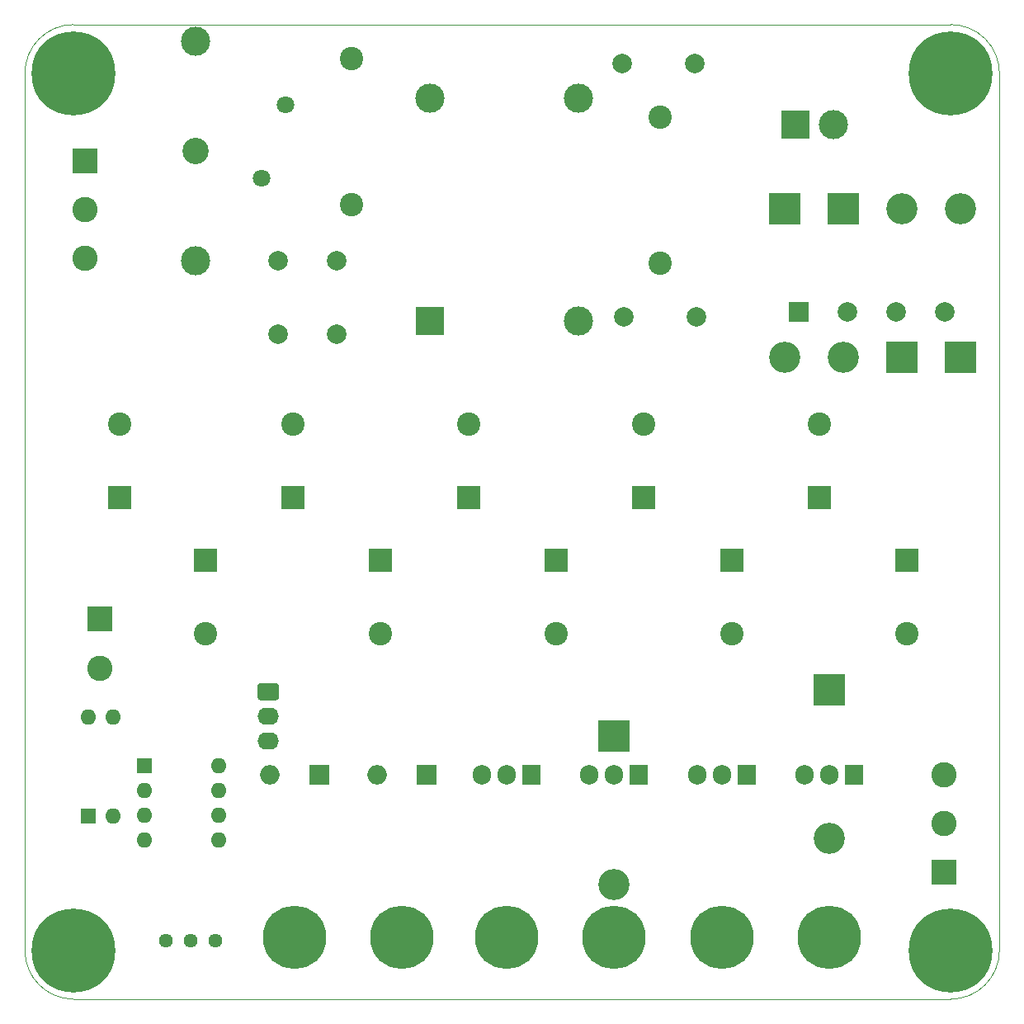
<source format=gbr>
G04 #@! TF.GenerationSoftware,KiCad,Pcbnew,6.0.10+dfsg-1~bpo11+1*
G04 #@! TF.ProjectId,project,70726f6a-6563-4742-9e6b-696361645f70,1.0.p1*
G04 #@! TF.SameCoordinates,Original*
G04 #@! TF.FileFunction,Soldermask,Bot*
G04 #@! TF.FilePolarity,Negative*
%FSLAX46Y46*%
G04 Gerber Fmt 4.6, Leading zero omitted, Abs format (unit mm)*
%MOMM*%
%LPD*%
G01*
G04 APERTURE LIST*
G04 #@! TA.AperFunction,Profile*
%ADD10C,0.100000*%
G04 #@! TD*
%ADD11R,2.400000X2.400000*%
%ADD12C,2.400000*%
%ADD13C,0.900000*%
%ADD14C,8.600000*%
%ADD15C,2.000000*%
%ADD16R,3.200000X3.200000*%
%ADD17O,3.200000X3.200000*%
%ADD18R,3.000000X3.000000*%
%ADD19C,3.000000*%
%ADD20R,2.600000X2.600000*%
%ADD21C,2.600000*%
%ADD22R,2.000000X2.000000*%
%ADD23C,2.700000*%
%ADD24R,1.600000X1.600000*%
%ADD25O,1.600000X1.600000*%
%ADD26C,1.440000*%
%ADD27O,2.190000X1.740000*%
%ADD28C,1.800000*%
%ADD29C,6.500000*%
%ADD30R,1.905000X2.000000*%
%ADD31O,1.905000X2.000000*%
%ADD32O,2.000000X2.000000*%
G04 APERTURE END LIST*
D10*
X80000000Y-55000000D02*
X170000000Y-55000000D01*
X175000000Y-60000000D02*
X175000000Y-150000000D01*
X170000000Y-155000000D02*
G75*
G03*
X175000000Y-150000000I0J5000000D01*
G01*
X170000000Y-155000000D02*
X80000000Y-155000000D01*
X75000000Y-150000000D02*
G75*
G03*
X80000000Y-155000000I5000000J0D01*
G01*
X80000000Y-55000000D02*
G75*
G03*
X75000000Y-60000000I0J-5000000D01*
G01*
X175000000Y-60000000D02*
G75*
G03*
X170000000Y-55000000I-5000000J0D01*
G01*
X75000000Y-150000000D02*
X75000000Y-60000000D01*
D11*
X111512754Y-110000000D03*
D12*
X111512754Y-117500000D03*
D13*
X82280419Y-152280419D03*
X80000000Y-146775000D03*
D14*
X80000000Y-150000000D03*
D13*
X83225000Y-150000000D03*
X76775000Y-150000000D03*
X77719581Y-147719581D03*
X77719581Y-152280419D03*
X82280419Y-147719581D03*
X80000000Y-153225000D03*
D11*
X120512754Y-103500000D03*
D12*
X120512754Y-96000000D03*
D15*
X136250000Y-59000000D03*
X143750000Y-59000000D03*
D16*
X153000000Y-73868629D03*
D17*
X153000000Y-89108629D03*
D18*
X154092500Y-65250000D03*
D19*
X157972500Y-65250000D03*
D20*
X82695000Y-115955000D03*
D21*
X82695000Y-121035000D03*
D18*
X116581250Y-85430000D03*
D19*
X116581250Y-62570000D03*
X131821250Y-85430000D03*
X131821250Y-62570000D03*
D11*
X129512754Y-110000000D03*
D12*
X129512754Y-117500000D03*
D22*
X154392500Y-84488629D03*
D15*
X159392500Y-84488629D03*
X164392500Y-84488629D03*
X169392500Y-84488629D03*
D11*
X102512754Y-103500000D03*
D12*
X102512754Y-96000000D03*
D23*
X92501250Y-68000000D03*
D19*
X92501250Y-79250000D03*
X92501250Y-56750000D03*
D16*
X135460000Y-128015000D03*
D17*
X135460000Y-143255000D03*
D24*
X87290000Y-131090000D03*
D25*
X87290000Y-133630000D03*
X87290000Y-136170000D03*
X87290000Y-138710000D03*
X94910000Y-138710000D03*
X94910000Y-136170000D03*
X94910000Y-133630000D03*
X94910000Y-131090000D03*
D26*
X94540000Y-149000000D03*
X92000000Y-149000000D03*
X89460000Y-149000000D03*
D16*
X165000000Y-89108629D03*
D17*
X165000000Y-73868629D03*
D11*
X147512754Y-110000000D03*
D12*
X147512754Y-117500000D03*
D11*
X165512754Y-110000000D03*
D12*
X165512754Y-117500000D03*
G36*
G01*
X99135000Y-122590000D02*
X100825000Y-122590000D01*
G75*
G02*
X101075000Y-122840000I0J-250000D01*
G01*
X101075000Y-124080000D01*
G75*
G02*
X100825000Y-124330000I-250000J0D01*
G01*
X99135000Y-124330000D01*
G75*
G02*
X98885000Y-124080000I0J250000D01*
G01*
X98885000Y-122840000D01*
G75*
G02*
X99135000Y-122590000I250000J0D01*
G01*
G37*
D27*
X99980000Y-126000000D03*
X99980000Y-128540000D03*
D11*
X156512754Y-103500000D03*
D12*
X156512754Y-96000000D03*
D15*
X101000000Y-86750000D03*
X101000000Y-79250000D03*
X107000000Y-86750000D03*
X107000000Y-79250000D03*
D11*
X138512754Y-103500000D03*
D12*
X138512754Y-96000000D03*
X140196250Y-64500000D03*
X140196250Y-79500000D03*
D16*
X159000000Y-73868629D03*
D17*
X159000000Y-89108629D03*
D20*
X169305000Y-142000000D03*
D21*
X169305000Y-137000000D03*
X169305000Y-132000000D03*
D20*
X81196250Y-69000000D03*
D21*
X81196250Y-74000000D03*
X81196250Y-79000000D03*
D15*
X136446250Y-85000000D03*
X143946250Y-85000000D03*
D24*
X81515000Y-136190000D03*
D25*
X84055000Y-136190000D03*
X84055000Y-126030000D03*
X81515000Y-126030000D03*
D11*
X93512754Y-110000000D03*
D12*
X93512754Y-117500000D03*
D16*
X171000000Y-89108629D03*
D17*
X171000000Y-73868629D03*
D13*
X170000000Y-63225000D03*
X172280419Y-62280419D03*
X173225000Y-60000000D03*
X167719581Y-57719581D03*
D14*
X170000000Y-60000000D03*
D13*
X172280419Y-57719581D03*
X167719581Y-62280419D03*
X166775000Y-60000000D03*
X170000000Y-56775000D03*
D16*
X157500000Y-123260000D03*
D17*
X157500000Y-138500000D03*
D13*
X166775000Y-150000000D03*
X173225000Y-150000000D03*
X167719581Y-152280419D03*
D14*
X170000000Y-150000000D03*
D13*
X167719581Y-147719581D03*
X172280419Y-152280419D03*
X170000000Y-153225000D03*
X170000000Y-146775000D03*
X172280419Y-147719581D03*
D11*
X84756377Y-103500000D03*
D12*
X84756377Y-96000000D03*
D13*
X77719581Y-57719581D03*
D14*
X80000000Y-60000000D03*
D13*
X77719581Y-62280419D03*
X80000000Y-63225000D03*
X82280419Y-62280419D03*
X83225000Y-60000000D03*
X76775000Y-60000000D03*
X80000000Y-56775000D03*
X82280419Y-57719581D03*
D28*
X101701250Y-63250000D03*
X99301250Y-70750000D03*
D12*
X108501250Y-58500000D03*
X108501250Y-73500000D03*
D29*
X135460000Y-148675000D03*
D30*
X138000000Y-132015000D03*
D31*
X135460000Y-132015000D03*
X132920000Y-132015000D03*
D29*
X157540000Y-148660000D03*
D30*
X160080000Y-132000000D03*
D31*
X157540000Y-132000000D03*
X155000000Y-132000000D03*
D29*
X102650000Y-148645000D03*
D22*
X105190000Y-131985000D03*
D32*
X100110000Y-131985000D03*
D29*
X124460000Y-148675000D03*
D30*
X127000000Y-132015000D03*
D31*
X124460000Y-132015000D03*
X121920000Y-132015000D03*
D29*
X146540000Y-148660000D03*
D30*
X149080000Y-132000000D03*
D31*
X146540000Y-132000000D03*
X144000000Y-132000000D03*
D29*
X113650000Y-148645000D03*
D22*
X116190000Y-131985000D03*
D32*
X111110000Y-131985000D03*
M02*

</source>
